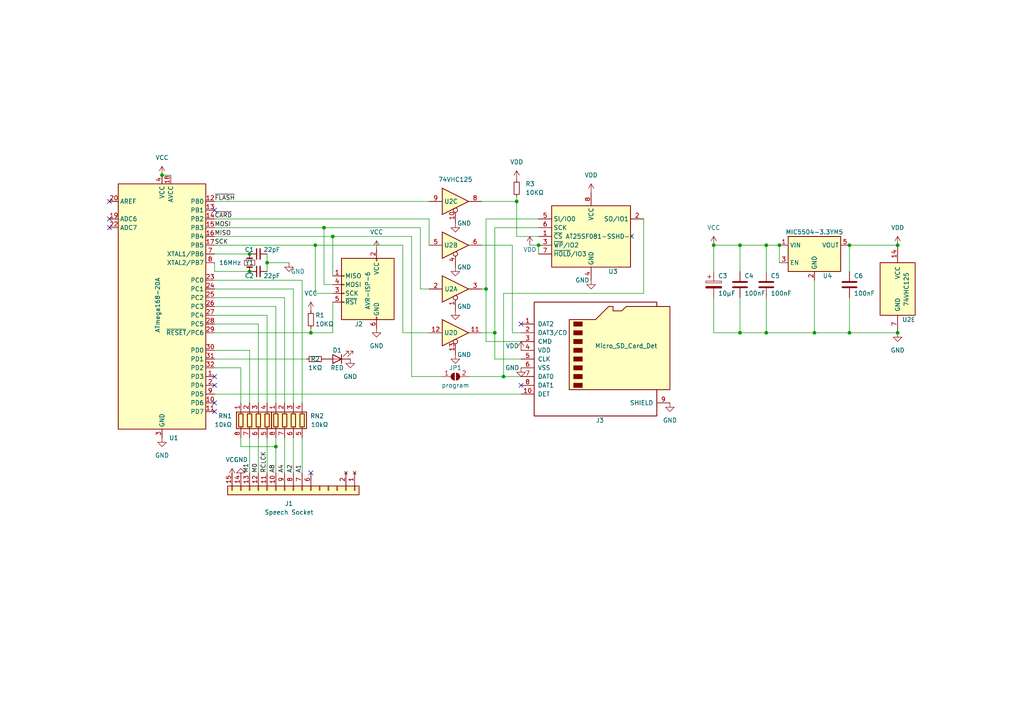
<source format=kicad_sch>
(kicad_sch (version 20211123) (generator eeschema)
  (paper "A4")
  (lib_symbols
    (symbol "74xx:74VHCT125" (pin_names (offset 1.016))
      (property "Reference" "U" (at 0 1.27 0))
      (property "Value" "74VHCT125" (at 0 -1.27 0))
      (symbol "74VHCT125_1_0"
        (polyline (pts (xy -3.81 3.81) (xy -3.81 -3.81) (xy 3.81 0) (xy -3.81 3.81)) (stroke (width 0.254)) (fill (type background)))
        (pin input inverted (at 0 -6.35 90) (length 4.445) (name "~") (number "1"))
        (pin input line (at -7.62 0 0) (length 3.81) (name "~") (number "2"))
        (pin tri_state line (at 7.62 0 180) (length 3.81) (name "~") (number "3"))
      )
      (symbol "74VHCT125_2_0"
        (polyline (pts (xy -3.81 3.81) (xy -3.81 -3.81) (xy 3.81 0) (xy -3.81 3.81)) (stroke (width 0.254)) (fill (type background)))
        (pin input inverted (at 0 -6.35 90) (length 4.445) (name "~") (number "4"))
        (pin input line (at -7.62 0 0) (length 3.81) (name "~") (number "5"))
        (pin tri_state line (at 7.62 0 180) (length 3.81) (name "~") (number "6"))
      )
      (symbol "74VHCT125_3_0"
        (polyline (pts (xy -3.81 3.81) (xy -3.81 -3.81) (xy 3.81 0) (xy -3.81 3.81)) (stroke (width 0.254)) (fill (type background)))
        (pin input inverted (at 0 -6.35 90) (length 4.445) (name "~") (number "10"))
        (pin tri_state line (at 7.62 0 180) (length 3.81) (name "~") (number "8"))
        (pin input line (at -7.62 0 0) (length 3.81) (name "~") (number "9"))
      )
      (symbol "74VHCT125_4_0"
        (polyline (pts (xy -3.81 3.81) (xy -3.81 -3.81) (xy 3.81 0) (xy -3.81 3.81)) (stroke (width 0.254)) (fill (type background)))
        (pin tri_state line (at 7.62 0 180) (length 3.81) (name "~") (number "11"))
        (pin input line (at -7.62 0 0) (length 3.81) (name "~") (number "12"))
        (pin input inverted (at 0 -6.35 90) (length 4.445) (name "~") (number "13"))
      )
      (symbol "74VHCT125_5_0"
        (pin power_in line (at 0 12.7 270) (length 5.08) (name "VCC") (number "14"))
        (pin power_in line (at 0 -12.7 90) (length 5.08) (name "GND") (number "7"))
      )
      (symbol "74VHCT125_5_1"
        (rectangle (start -5.08 7.62) (end 5.08 -7.62) (stroke (width 0.254)) (fill (type background)))
      )
    )
    (symbol "Connector:AVR-ISP-6" (pin_names (offset 1.016))
      (property "Reference" "J" (at -6.35 11.43 0))
      (property "Value" "AVR-ISP-6" (at 0 11.43 0))
      (symbol "AVR-ISP-6_0_1"
        (rectangle (start -2.667 -6.858) (end -2.413 -7.62))
        (rectangle (start -2.667 10.16) (end -2.413 9.398))
        (rectangle (start 7.62 -2.413) (end 6.858 -2.667))
        (rectangle (start 7.62 0.127) (end 6.858 -0.127))
        (rectangle (start 7.62 2.667) (end 6.858 2.413))
        (rectangle (start 7.62 5.207) (end 6.858 4.953))
        (rectangle (start 7.62 10.16) (end -7.62 -7.62) (stroke (width 0.254)) (fill (type background)))
      )
      (symbol "AVR-ISP-6_1_1"
        (pin passive line (at 10.16 5.08 180) (length 2.54) (name "MISO") (number "1"))
        (pin passive line (at -2.54 12.7 270) (length 2.54) (name "VCC") (number "2"))
        (pin passive line (at 10.16 0 180) (length 2.54) (name "SCK") (number "3"))
        (pin passive line (at 10.16 2.54 180) (length 2.54) (name "MOSI") (number "4"))
        (pin passive line (at 10.16 -2.54 180) (length 2.54) (name "~{RST}") (number "5"))
        (pin passive line (at -2.54 -10.16 90) (length 2.54) (name "GND") (number "6"))
      )
    )
    (symbol "Connector:Conn_BBC_Speech" (pin_names (offset 1.016) hide)
      (property "Reference" "J" (at 0 20.32 0))
      (property "Value" "Conn_BBC_Speech" (at 0 -20.32 0))
      (symbol "Conn_BBC_Speech_1_1"
        (rectangle (start -1.27 -17.653) (end 0 -17.907) (stroke (width 0.1524)))
        (rectangle (start -1.27 -15.113) (end 0 -15.367) (stroke (width 0.1524)))
        (rectangle (start -1.27 -12.573) (end 0 -12.827) (stroke (width 0.1524)))
        (rectangle (start -1.27 -10.033) (end 0 -10.287) (stroke (width 0.1524)))
        (rectangle (start -1.27 -7.493) (end 0 -7.747) (stroke (width 0.1524)))
        (rectangle (start -1.27 -4.953) (end 0 -5.207) (stroke (width 0.1524)))
        (rectangle (start -1.27 -2.413) (end 0 -2.667) (stroke (width 0.1524)))
        (rectangle (start -1.27 0.127) (end 0 -0.127) (stroke (width 0.1524)))
        (rectangle (start -1.27 2.667) (end 0 2.413) (stroke (width 0.1524)))
        (rectangle (start -1.27 5.207) (end 0 4.953) (stroke (width 0.1524)))
        (rectangle (start -1.27 7.747) (end 0 7.493) (stroke (width 0.1524)))
        (rectangle (start -1.27 10.287) (end 0 10.033) (stroke (width 0.1524)))
        (rectangle (start -1.27 12.827) (end 0 12.573) (stroke (width 0.1524)))
        (rectangle (start -1.27 15.367) (end 0 15.113) (stroke (width 0.1524)))
        (rectangle (start -1.27 17.907) (end 0 17.653) (stroke (width 0.1524)))
        (rectangle (start -1.27 19.05) (end 1.27 -19.05) (stroke (width 0.254)) (fill (type background)))
        (pin no_connect line (at -5.08 17.78 0) (length 3.81) (name "Pin_1") (number "1"))
        (pin passive line (at -5.08 -5.08 0) (length 3.81) (name "Pin_10") (number "10"))
        (pin passive line (at -5.08 -7.62 0) (length 3.81) (name "Pin_11") (number "11"))
        (pin passive line (at -5.08 -10.16 0) (length 3.81) (name "Pin_12") (number "12"))
        (pin passive line (at -5.08 -12.7 0) (length 3.81) (name "Pin_13") (number "13"))
        (pin power_out line (at -5.08 -15.24 0) (length 3.81) (name "Pin_14") (number "14"))
        (pin power_out line (at -5.08 -17.78 0) (length 3.81) (name "Pin_15") (number "15"))
        (pin no_connect line (at -5.08 15.24 0) (length 3.81) (name "Pin_2") (number "2"))
        (pin power_out line (at -5.08 5.08 0) (length 3.81) (name "Pin_6") (number "6"))
        (pin passive line (at -5.08 2.54 0) (length 3.81) (name "Pin_7") (number "7"))
        (pin passive line (at -5.08 0 0) (length 3.81) (name "Pin_8") (number "8"))
        (pin passive line (at -5.08 -2.54 0) (length 3.81) (name "Pin_9") (number "9"))
      )
    )
    (symbol "Connector:Micro_SD_Card_Det" (pin_names (offset 1.016))
      (property "Reference" "J" (at -16.51 17.78 0))
      (property "Value" "Micro_SD_Card_Det" (at 16.51 17.78 0))
      (symbol "Micro_SD_Card_Det_0_1"
        (rectangle (start -7.62 -6.985) (end -5.08 -8.255) (fill (type outline)))
        (rectangle (start -7.62 -4.445) (end -5.08 -5.715) (fill (type outline)))
        (rectangle (start -7.62 -1.905) (end -5.08 -3.175) (fill (type outline)))
        (rectangle (start -7.62 0.635) (end -5.08 -0.635) (fill (type outline)))
        (rectangle (start -7.62 3.175) (end -5.08 1.905) (fill (type outline)))
        (rectangle (start -7.62 5.715) (end -5.08 4.445) (fill (type outline)))
        (rectangle (start -7.62 8.255) (end -5.08 6.985) (fill (type outline)))
        (rectangle (start -7.62 10.795) (end -5.08 9.525) (fill (type outline)))
        (polyline (pts (xy 16.51 15.24) (xy 16.51 16.51) (xy -19.05 16.51) (xy -19.05 -16.51) (xy 16.51 -16.51) (xy 16.51 -8.89)) (stroke (width 0.254)))
        (polyline (pts (xy -8.89 -8.89) (xy -8.89 11.43) (xy -1.27 11.43) (xy 2.54 15.24) (xy 3.81 15.24) (xy 3.81 13.97) (xy 6.35 13.97) (xy 7.62 15.24) (xy 20.32 15.24) (xy 20.32 -8.89) (xy -8.89 -8.89)) (stroke (width 0.254)) (fill (type background)))
      )
      (symbol "Micro_SD_Card_Det_1_1"
        (pin bidirectional line (at -22.86 10.16 0) (length 3.81) (name "DAT2") (number "1"))
        (pin passive line (at -22.86 -10.16 0) (length 3.81) (name "DET") (number "10"))
        (pin bidirectional line (at -22.86 7.62 0) (length 3.81) (name "DAT3/CD") (number "2"))
        (pin input line (at -22.86 5.08 0) (length 3.81) (name "CMD") (number "3"))
        (pin power_in line (at -22.86 2.54 0) (length 3.81) (name "VDD") (number "4"))
        (pin input line (at -22.86 0 0) (length 3.81) (name "CLK") (number "5"))
        (pin power_in line (at -22.86 -2.54 0) (length 3.81) (name "VSS") (number "6"))
        (pin bidirectional line (at -22.86 -5.08 0) (length 3.81) (name "DAT0") (number "7"))
        (pin bidirectional line (at -22.86 -7.62 0) (length 3.81) (name "DAT1") (number "8"))
        (pin passive line (at 20.32 -12.7 180) (length 3.81) (name "SHIELD") (number "9"))
      )
    )
    (symbol "Device:C" (pin_numbers hide) (pin_names (offset 0.254))
      (property "Reference" "C" (at 0.635 2.54 0))
      (property "Value" "C" (at 0.635 -2.54 0))
      (symbol "C_0_1"
        (polyline (pts (xy -2.032 -0.762) (xy 2.032 -0.762)) (stroke (width 0.508)))
        (polyline (pts (xy -2.032 0.762) (xy 2.032 0.762)) (stroke (width 0.508)))
      )
      (symbol "C_1_1"
        (pin passive line (at 0 3.81 270) (length 2.794) (name "~") (number "1"))
        (pin passive line (at 0 -3.81 90) (length 2.794) (name "~") (number "2"))
      )
    )
    (symbol "Device:C_Polarized" (pin_numbers hide) (pin_names (offset 0.254))
      (property "Reference" "C" (at 0.635 2.54 0))
      (property "Value" "C_Polarized" (at 0.635 -2.54 0))
      (symbol "C_Polarized_0_1"
        (rectangle (start -2.286 0.508) (end 2.286 1.016))
        (polyline (pts (xy -1.778 2.286) (xy -0.762 2.286)))
        (polyline (pts (xy -1.27 2.794) (xy -1.27 1.778)))
        (rectangle (start 2.286 -0.508) (end -2.286 -1.016) (fill (type outline)))
      )
      (symbol "C_Polarized_1_1"
        (pin passive line (at 0 3.81 270) (length 2.794) (name "~") (number "1"))
        (pin passive line (at 0 -3.81 90) (length 2.794) (name "~") (number "2"))
      )
    )
    (symbol "Device:C_Small" (pin_numbers hide) (pin_names (offset 0.254) hide)
      (property "Reference" "C" (at 0.254 1.778 0))
      (property "Value" "C_Small" (at 0.254 -2.032 0))
      (symbol "C_Small_0_1"
        (polyline (pts (xy -1.524 -0.508) (xy 1.524 -0.508)) (stroke (width 0.3302)))
        (polyline (pts (xy -1.524 0.508) (xy 1.524 0.508)) (stroke (width 0.3048)))
      )
      (symbol "C_Small_1_1"
        (pin passive line (at 0 2.54 270) (length 2.032) (name "~") (number "1"))
        (pin passive line (at 0 -2.54 90) (length 2.032) (name "~") (number "2"))
      )
    )
    (symbol "Device:Crystal_Small" (pin_numbers hide) (pin_names (offset 1.016) hide)
      (property "Reference" "Y" (at 0 2.54 0))
      (property "Value" "Crystal_Small" (at 0 -2.54 0))
      (symbol "Crystal_Small_0_1"
        (rectangle (start -0.762 -1.524) (end 0.762 1.524))
        (polyline (pts (xy -1.27 -0.762) (xy -1.27 0.762)) (stroke (width 0.381)))
        (polyline (pts (xy 1.27 -0.762) (xy 1.27 0.762)) (stroke (width 0.381)))
      )
      (symbol "Crystal_Small_1_1"
        (pin passive line (at -2.54 0 0) (length 1.27) (name "1") (number "1"))
        (pin passive line (at 2.54 0 180) (length 1.27) (name "2") (number "2"))
      )
    )
    (symbol "Device:LED" (pin_numbers hide) (pin_names (offset 1.016) hide)
      (property "Reference" "D" (at 0 2.54 0))
      (property "Value" "LED" (at 0 -2.54 0))
      (symbol "LED_0_1"
        (polyline (pts (xy -1.27 -1.27) (xy -1.27 1.27)) (stroke (width 0.254)))
        (polyline (pts (xy -1.27 0) (xy 1.27 0)))
        (polyline (pts (xy 1.27 -1.27) (xy 1.27 1.27) (xy -1.27 0) (xy 1.27 -1.27)) (stroke (width 0.254)))
        (polyline (pts (xy -3.048 -0.762) (xy -4.572 -2.286) (xy -3.81 -2.286) (xy -4.572 -2.286) (xy -4.572 -1.524)))
        (polyline (pts (xy -1.778 -0.762) (xy -3.302 -2.286) (xy -2.54 -2.286) (xy -3.302 -2.286) (xy -3.302 -1.524)))
      )
      (symbol "LED_1_1"
        (pin passive line (at -3.81 0 0) (length 2.54) (name "K") (number "1"))
        (pin passive line (at 3.81 0 180) (length 2.54) (name "A") (number "2"))
      )
    )
    (symbol "Device:R_Pack04" (pin_names (offset 0) hide)
      (property "Reference" "RN" (at -7.62 0 90))
      (property "Value" "R_Pack04" (at 5.08 0 90))
      (symbol "R_Pack04_0_1"
        (rectangle (start -6.35 -2.413) (end 3.81 2.413) (stroke (width 0.254)) (fill (type background)))
        (rectangle (start -5.715 1.905) (end -4.445 -1.905) (stroke (width 0.254)))
        (rectangle (start -3.175 1.905) (end -1.905 -1.905) (stroke (width 0.254)))
        (rectangle (start -0.635 1.905) (end 0.635 -1.905) (stroke (width 0.254)))
        (polyline (pts (xy -5.08 -2.54) (xy -5.08 -1.905)))
        (polyline (pts (xy -5.08 1.905) (xy -5.08 2.54)))
        (polyline (pts (xy -2.54 -2.54) (xy -2.54 -1.905)))
        (polyline (pts (xy -2.54 1.905) (xy -2.54 2.54)))
        (polyline (pts (xy 0 -2.54) (xy 0 -1.905)))
        (polyline (pts (xy 0 1.905) (xy 0 2.54)))
        (polyline (pts (xy 2.54 -2.54) (xy 2.54 -1.905)))
        (polyline (pts (xy 2.54 1.905) (xy 2.54 2.54)))
        (rectangle (start 1.905 1.905) (end 3.175 -1.905) (stroke (width 0.254)))
      )
      (symbol "R_Pack04_1_1"
        (pin passive line (at -5.08 -5.08 90) (length 2.54) (name "R1.1") (number "1"))
        (pin passive line (at -2.54 -5.08 90) (length 2.54) (name "R2.1") (number "2"))
        (pin passive line (at 0 -5.08 90) (length 2.54) (name "R3.1") (number "3"))
        (pin passive line (at 2.54 -5.08 90) (length 2.54) (name "R4.1") (number "4"))
        (pin passive line (at 2.54 5.08 270) (length 2.54) (name "R4.2") (number "5"))
        (pin passive line (at 0 5.08 270) (length 2.54) (name "R3.2") (number "6"))
        (pin passive line (at -2.54 5.08 270) (length 2.54) (name "R2.2") (number "7"))
        (pin passive line (at -5.08 5.08 270) (length 2.54) (name "R1.2") (number "8"))
      )
    )
    (symbol "Device:R_Small" (pin_numbers hide) (pin_names (offset 0.254) hide)
      (property "Reference" "R" (at 0.762 0.508 0))
      (property "Value" "R_Small" (at 0.762 -1.016 0))
      (symbol "R_Small_0_1"
        (rectangle (start -0.762 1.778) (end 0.762 -1.778) (stroke (width 0.2032)))
      )
      (symbol "R_Small_1_1"
        (pin passive line (at 0 2.54 270) (length 0.762) (name "~") (number "1"))
        (pin passive line (at 0 -2.54 90) (length 0.762) (name "~") (number "2"))
      )
    )
    (symbol "Jumper:SolderJumper_2_Open" (pin_names (offset 0) hide)
      (property "Reference" "JP" (at 0 2.032 0))
      (property "Value" "SolderJumper_2_Open" (at 0 -2.54 0))
      (symbol "SolderJumper_2_Open_0_1"
        (arc (start -0.254 1.016) (mid -1.27 0) (end -0.254 -1.016))
        (arc (start -0.254 1.016) (mid -1.27 0) (end -0.254 -1.016) (fill (type outline)))
        (polyline (pts (xy -0.254 1.016) (xy -0.254 -1.016)))
        (polyline (pts (xy 0.254 1.016) (xy 0.254 -1.016)))
        (arc (start 0.254 -1.016) (mid 1.27 0) (end 0.254 1.016))
        (arc (start 0.254 -1.016) (mid 1.27 0) (end 0.254 1.016) (fill (type outline)))
      )
      (symbol "SolderJumper_2_Open_1_1"
        (pin passive line (at -3.81 0 0) (length 2.54) (name "A") (number "1"))
        (pin passive line (at 3.81 0 180) (length 2.54) (name "B") (number "2"))
      )
    )
    (symbol "MCU_Microchip_ATmega:ATmega168-20A"
      (property "Reference" "U" (at -12.7 36.83 0))
      (property "Value" "ATmega168-20A" (at 2.54 -36.83 0))
      (symbol "ATmega168-20A_0_1"
        (rectangle (start -12.7 -35.56) (end 12.7 35.56) (stroke (width 0.254)) (fill (type background)))
      )
      (symbol "ATmega168-20A_1_1"
        (pin bidirectional line (at 15.24 -20.32 180) (length 2.54) (name "PD3") (number "1"))
        (pin bidirectional line (at 15.24 -27.94 180) (length 2.54) (name "PD6") (number "10"))
        (pin bidirectional line (at 15.24 -30.48 180) (length 2.54) (name "PD7") (number "11"))
        (pin bidirectional line (at 15.24 30.48 180) (length 2.54) (name "PB0") (number "12"))
        (pin bidirectional line (at 15.24 27.94 180) (length 2.54) (name "PB1") (number "13"))
        (pin bidirectional line (at 15.24 25.4 180) (length 2.54) (name "PB2") (number "14"))
        (pin bidirectional line (at 15.24 22.86 180) (length 2.54) (name "PB3") (number "15"))
        (pin bidirectional line (at 15.24 20.32 180) (length 2.54) (name "PB4") (number "16"))
        (pin bidirectional line (at 15.24 17.78 180) (length 2.54) (name "PB5") (number "17"))
        (pin power_in line (at 2.54 38.1 270) (length 2.54) (name "AVCC") (number "18"))
        (pin input line (at -15.24 25.4 0) (length 2.54) (name "ADC6") (number "19"))
        (pin bidirectional line (at 15.24 -22.86 180) (length 2.54) (name "PD4") (number "2"))
        (pin passive line (at -15.24 30.48 0) (length 2.54) (name "AREF") (number "20"))
        (pin passive line (at 0 -38.1 90) (length 2.54) hide (name "GND") (number "21"))
        (pin input line (at -15.24 22.86 0) (length 2.54) (name "ADC7") (number "22"))
        (pin bidirectional line (at 15.24 7.62 180) (length 2.54) (name "PC0") (number "23"))
        (pin bidirectional line (at 15.24 5.08 180) (length 2.54) (name "PC1") (number "24"))
        (pin bidirectional line (at 15.24 2.54 180) (length 2.54) (name "PC2") (number "25"))
        (pin bidirectional line (at 15.24 0 180) (length 2.54) (name "PC3") (number "26"))
        (pin bidirectional line (at 15.24 -2.54 180) (length 2.54) (name "PC4") (number "27"))
        (pin bidirectional line (at 15.24 -5.08 180) (length 2.54) (name "PC5") (number "28"))
        (pin bidirectional line (at 15.24 -7.62 180) (length 2.54) (name "~{RESET}/PC6") (number "29"))
        (pin power_in line (at 0 -38.1 90) (length 2.54) (name "GND") (number "3"))
        (pin bidirectional line (at 15.24 -12.7 180) (length 2.54) (name "PD0") (number "30"))
        (pin bidirectional line (at 15.24 -15.24 180) (length 2.54) (name "PD1") (number "31"))
        (pin bidirectional line (at 15.24 -17.78 180) (length 2.54) (name "PD2") (number "32"))
        (pin power_in line (at 0 38.1 270) (length 2.54) (name "VCC") (number "4"))
        (pin passive line (at 0 -38.1 90) (length 2.54) hide (name "GND") (number "5"))
        (pin passive line (at 0 38.1 270) (length 2.54) hide (name "VCC") (number "6"))
        (pin bidirectional line (at 15.24 15.24 180) (length 2.54) (name "XTAL1/PB6") (number "7"))
        (pin bidirectional line (at 15.24 12.7 180) (length 2.54) (name "XTAL2/PB7") (number "8"))
        (pin bidirectional line (at 15.24 -25.4 180) (length 2.54) (name "PD5") (number "9"))
      )
    )
    (symbol "Memory_Flash:AT25SF081-SSHD-X"
      (property "Reference" "U" (at 2.54 12.7 0))
      (property "Value" "AT25SF081-SSHD-X" (at 10.16 10.16 0))
      (symbol "AT25SF081-SSHD-X_1_1"
        (rectangle (start -11.43 8.89) (end 11.43 -8.89) (stroke (width 0.254)) (fill (type background)))
        (pin input line (at -15.24 0 0) (length 3.81) (name "~{CS}") (number "1"))
        (pin bidirectional line (at 15.24 5.08 180) (length 3.81) (name "SO/IO1") (number "2"))
        (pin bidirectional line (at -15.24 -2.54 0) (length 3.81) (name "~{WP}/IO2") (number "3"))
        (pin power_in line (at 0 -12.7 90) (length 3.81) (name "GND") (number "4"))
        (pin bidirectional line (at -15.24 5.08 0) (length 3.81) (name "SI/IO0") (number "5"))
        (pin input line (at -15.24 2.54 0) (length 3.81) (name "SCK") (number "6"))
        (pin bidirectional line (at -15.24 -5.08 0) (length 3.81) (name "~{HOLD}/IO3") (number "7"))
        (pin power_in line (at 0 12.7 270) (length 3.81) (name "VCC") (number "8"))
      )
    )
    (symbol "Regulator_Linear:MIC5504-3.3YM5"
      (property "Reference" "U" (at -7.62 8.89 0))
      (property "Value" "MIC5504-3.3YM5" (at -7.62 6.35 0))
      (symbol "MIC5504-3.3YM5_0_1"
        (rectangle (start -7.62 -5.08) (end 7.62 5.08) (stroke (width 0.254)) (fill (type background)))
      )
      (symbol "MIC5504-3.3YM5_1_1"
        (pin power_in line (at -10.16 2.54 0) (length 2.54) (name "VIN") (number "1"))
        (pin power_in line (at 0 -7.62 90) (length 2.54) (name "GND") (number "2"))
        (pin input line (at -10.16 -2.54 0) (length 2.54) (name "EN") (number "3"))
        (pin no_connect line (at 7.62 -2.54 180) (length 2.54) hide (name "NC") (number "4"))
        (pin power_out line (at 10.16 2.54 180) (length 2.54) (name "VOUT") (number "5"))
      )
    )
    (symbol "power:GND" (power) (pin_names (offset 0))
      (property "Value" "GND" (at 0 -3.81 0))
      (symbol "GND_0_1"
        (polyline (pts (xy 0 0) (xy 0 -1.27) (xy 1.27 -1.27) (xy 0 -2.54) (xy -1.27 -1.27) (xy 0 -1.27)))
      )
      (symbol "GND_1_1"
        (pin power_in line (at 0 0 270) (length 0) hide (name "GND") (number "1"))
      )
    )
    (symbol "power:VCC" (power) (pin_names (offset 0))
      (property "Value" "VCC" (at 0 3.81 0))
      (symbol "VCC_0_1"
        (polyline (pts (xy -0.762 1.27) (xy 0 2.54)))
        (polyline (pts (xy 0 0) (xy 0 2.54)))
        (polyline (pts (xy 0 2.54) (xy 0.762 1.27)))
      )
      (symbol "VCC_1_1"
        (pin power_in line (at 0 0 90) (length 0) hide (name "VCC") (number "1"))
      )
    )
    (symbol "power:VDD" (power) (pin_names (offset 0))
      (property "Value" "VDD" (at 0 3.81 0))
      (symbol "VDD_0_1"
        (polyline (pts (xy -0.762 1.27) (xy 0 2.54)))
        (polyline (pts (xy 0 0) (xy 0 2.54)))
        (polyline (pts (xy 0 2.54) (xy 0.762 1.27)))
      )
      (symbol "VDD_1_1"
        (pin power_in line (at 0 0 90) (length 0) hide (name "VDD") (number "1"))
      )
    )
  )
  (junction (at 91.44 71.12))
  (junction (at 222.25 96.52))
  (junction (at 222.25 71.12))
  (junction (at 226.06 71.12))
  (junction (at 246.38 71.12))
  (junction (at 246.38 96.52))
  (junction (at 77.47 76.2))
  (junction (at 260.35 96.52))
  (junction (at 93.98 66.04))
  (junction (at 143.51 96.52))
  (junction (at 140.97 83.82))
  (junction (at 80.01 129.54))
  (junction (at 90.17 96.52))
  (junction (at 156.21 71.12))
  (junction (at 72.39 73.66))
  (junction (at 260.35 71.12))
  (junction (at 236.22 96.52))
  (junction (at 46.99 50.8))
  (junction (at 214.63 71.12))
  (junction (at 149.86 58.42))
  (junction (at 207.01 71.12))
  (junction (at 96.52 68.58))
  (junction (at 214.63 96.52))
  (junction (at 146.05 109.22))
  (junction (at 72.39 78.74))
  (no_connect (at 62.23 111.76))
  (no_connect (at 62.23 109.22))
  (no_connect (at 31.75 58.42))
  (no_connect (at 31.75 63.5))
  (no_connect (at 31.75 66.04))
  (no_connect (at 62.23 60.96))
  (no_connect (at 62.23 116.84))
  (no_connect (at 62.23 119.38))
  (no_connect (at 90.17 137.16))
  (no_connect (at 151.13 93.98))
  (no_connect (at 151.13 111.76))
  (wire (pts (xy 62.23 73.66) (xy 72.39 73.66)))
  (wire (pts (xy 148.59 71.12) (xy 148.59 96.52)))
  (wire (pts (xy 96.52 82.55) (xy 93.98 82.55)))
  (wire (pts (xy 62.23 83.82) (xy 85.09 83.82)))
  (wire (pts (xy 69.85 129.54) (xy 80.01 129.54)))
  (wire (pts (xy 140.97 63.5) (xy 140.97 83.82)))
  (wire (pts (xy 139.7 83.82) (xy 140.97 83.82)))
  (wire (pts (xy 72.39 101.6) (xy 62.23 101.6)))
  (wire (pts (xy 207.01 86.36) (xy 207.01 96.52)))
  (wire (pts (xy 149.86 68.58) (xy 149.86 58.42)))
  (wire (pts (xy 82.55 137.16) (xy 82.55 127)))
  (wire (pts (xy 93.98 66.04) (xy 121.92 66.04)))
  (wire (pts (xy 96.52 87.63) (xy 96.52 96.52)))
  (wire (pts (xy 148.59 96.52) (xy 151.13 96.52)))
  (wire (pts (xy 246.38 71.12) (xy 260.35 71.12)))
  (wire (pts (xy 156.21 63.5) (xy 140.97 63.5)))
  (wire (pts (xy 149.86 58.42) (xy 149.86 57.15)))
  (wire (pts (xy 222.25 96.52) (xy 236.22 96.52)))
  (wire (pts (xy 207.01 96.52) (xy 214.63 96.52)))
  (wire (pts (xy 121.92 66.04) (xy 121.92 83.82)))
  (wire (pts (xy 90.17 95.25) (xy 90.17 96.52)))
  (wire (pts (xy 207.01 71.12) (xy 214.63 71.12)))
  (wire (pts (xy 77.47 76.2) (xy 77.47 78.74)))
  (wire (pts (xy 80.01 127) (xy 80.01 129.54)))
  (wire (pts (xy 90.17 96.52) (xy 62.23 96.52)))
  (wire (pts (xy 139.7 71.12) (xy 148.59 71.12)))
  (wire (pts (xy 116.84 71.12) (xy 91.44 71.12)))
  (wire (pts (xy 96.52 85.09) (xy 91.44 85.09)))
  (wire (pts (xy 74.93 137.16) (xy 74.93 127)))
  (wire (pts (xy 82.55 116.84) (xy 82.55 86.36)))
  (wire (pts (xy 69.85 137.16) (xy 69.85 138.43)))
  (wire (pts (xy 146.05 85.09) (xy 186.69 85.09)))
  (wire (pts (xy 139.7 96.52) (xy 143.51 96.52)))
  (wire (pts (xy 88.9 104.14) (xy 62.23 104.14)))
  (wire (pts (xy 62.23 114.3) (xy 151.13 114.3)))
  (wire (pts (xy 246.38 71.12) (xy 246.38 78.74)))
  (wire (pts (xy 62.23 106.68) (xy 69.85 106.68)))
  (wire (pts (xy 85.09 83.82) (xy 85.09 116.84)))
  (wire (pts (xy 93.98 82.55) (xy 93.98 66.04)))
  (wire (pts (xy 82.55 86.36) (xy 62.23 86.36)))
  (wire (pts (xy 80.01 129.54) (xy 80.01 137.16)))
  (wire (pts (xy 214.63 71.12) (xy 222.25 71.12)))
  (wire (pts (xy 69.85 116.84) (xy 69.85 106.68)))
  (wire (pts (xy 146.05 85.09) (xy 146.05 109.22)))
  (wire (pts (xy 153.67 71.12) (xy 156.21 71.12)))
  (wire (pts (xy 96.52 80.01) (xy 96.52 68.58)))
  (wire (pts (xy 77.47 73.66) (xy 77.47 76.2)))
  (wire (pts (xy 80.01 88.9) (xy 80.01 116.84)))
  (wire (pts (xy 214.63 96.52) (xy 222.25 96.52)))
  (wire (pts (xy 62.23 81.28) (xy 87.63 81.28)))
  (wire (pts (xy 246.38 96.52) (xy 260.35 96.52)))
  (wire (pts (xy 96.52 96.52) (xy 90.17 96.52)))
  (wire (pts (xy 46.99 50.8) (xy 49.53 50.8)))
  (wire (pts (xy 87.63 127) (xy 87.63 137.16)))
  (wire (pts (xy 214.63 78.74) (xy 214.63 71.12)))
  (wire (pts (xy 96.52 68.58) (xy 62.23 68.58)))
  (wire (pts (xy 207.01 78.74) (xy 207.01 71.12)))
  (wire (pts (xy 236.22 96.52) (xy 246.38 96.52)))
  (wire (pts (xy 116.84 96.52) (xy 116.84 71.12)))
  (wire (pts (xy 124.46 63.5) (xy 62.23 63.5)))
  (wire (pts (xy 74.93 116.84) (xy 74.93 93.98)))
  (wire (pts (xy 156.21 68.58) (xy 149.86 68.58)))
  (wire (pts (xy 222.25 71.12) (xy 226.06 71.12)))
  (wire (pts (xy 119.38 68.58) (xy 119.38 109.22)))
  (wire (pts (xy 214.63 86.36) (xy 214.63 96.52)))
  (wire (pts (xy 156.21 71.12) (xy 156.21 73.66)))
  (wire (pts (xy 116.84 96.52) (xy 124.46 96.52)))
  (wire (pts (xy 143.51 104.14) (xy 151.13 104.14)))
  (wire (pts (xy 119.38 68.58) (xy 96.52 68.58)))
  (wire (pts (xy 226.06 71.12) (xy 226.06 76.2)))
  (wire (pts (xy 69.85 127) (xy 69.85 129.54)))
  (wire (pts (xy 222.25 86.36) (xy 222.25 96.52)))
  (wire (pts (xy 121.92 83.82) (xy 124.46 83.82)))
  (wire (pts (xy 77.47 116.84) (xy 77.47 91.44)))
  (wire (pts (xy 143.51 66.04) (xy 143.51 96.52)))
  (wire (pts (xy 67.31 137.16) (xy 67.31 138.43)))
  (wire (pts (xy 62.23 88.9) (xy 80.01 88.9)))
  (wire (pts (xy 222.25 71.12) (xy 222.25 78.74)))
  (wire (pts (xy 72.39 116.84) (xy 72.39 101.6)))
  (wire (pts (xy 135.89 109.22) (xy 146.05 109.22)))
  (wire (pts (xy 62.23 78.74) (xy 72.39 78.74)))
  (wire (pts (xy 140.97 99.06) (xy 151.13 99.06)))
  (wire (pts (xy 186.69 85.09) (xy 186.69 63.5)))
  (wire (pts (xy 124.46 71.12) (xy 124.46 63.5)))
  (wire (pts (xy 146.05 109.22) (xy 151.13 109.22)))
  (wire (pts (xy 128.27 109.22) (xy 119.38 109.22)))
  (wire (pts (xy 87.63 81.28) (xy 87.63 116.84)))
  (wire (pts (xy 236.22 81.28) (xy 236.22 96.52)))
  (wire (pts (xy 91.44 85.09) (xy 91.44 71.12)))
  (wire (pts (xy 143.51 66.04) (xy 156.21 66.04)))
  (wire (pts (xy 77.47 137.16) (xy 77.47 127)))
  (wire (pts (xy 62.23 76.2) (xy 62.23 78.74)))
  (wire (pts (xy 143.51 96.52) (xy 143.51 104.14)))
  (wire (pts (xy 246.38 86.36) (xy 246.38 96.52)))
  (wire (pts (xy 77.47 76.2) (xy 83.82 76.2)))
  (wire (pts (xy 77.47 91.44) (xy 62.23 91.44)))
  (wire (pts (xy 74.93 93.98) (xy 62.23 93.98)))
  (wire (pts (xy 72.39 137.16) (xy 72.39 127)))
  (wire (pts (xy 149.86 58.42) (xy 139.7 58.42)))
  (wire (pts (xy 85.09 127) (xy 85.09 137.16)))
  (wire (pts (xy 91.44 71.12) (xy 62.23 71.12)))
  (wire (pts (xy 140.97 83.82) (xy 140.97 99.06)))
  (wire (pts (xy 93.98 66.04) (xy 62.23 66.04)))
  (wire (pts (xy 62.23 58.42) (xy 124.46 58.42)))
  (label "~{FLASH}" (at 62.23 58.42 0))
  (label "A8" (at 80.01 137.16 90))
  (label "A2" (at 85.09 137.16 90))
  (label "A1" (at 87.63 137.16 90))
  (label "RCLCK" (at 77.47 137.16 90))
  (label "M1" (at 72.39 137.16 90))
  (label "MISO" (at 62.23 68.58 0))
  (label "MOSI" (at 62.23 66.04 0))
  (label "SCK" (at 62.23 71.12 0))
  (label "~{CARD}" (at 62.23 63.5 0))
  (label "A4" (at 82.55 137.16 90))
  (label "M0" (at 74.93 137.16 90))
  (symbol (lib_id "power:GND") (at 260.35 96.52 0) (unit 1)
    (property "Reference" "#PWR023" (effects hide))
    (property "Value" "GND" (at 260.35 101.6 0))
  )
  (symbol (lib_id "Connector:Micro_SD_Card_Det") (at 173.99 104.14 0) (unit 1)
    (property "Reference" "J3" (at 173.99 121.92 0))
    (property "Value" "Micro_SD_Card_Det" (at 181.61 100.33 0))
    (property "Footprint" "Connector_Card:WR-CRD 693071010811" (effects hide))
    (property "Datasheet" "https://www.hirose.com/product/en/download_file/key_name/DM3/category/Catalog/doc_file_id/49662/?file_category_id=4&item_id=195&is_series=1" (effects hide))
  )
  (symbol (lib_id "74xx:74VHCT125") (at 132.08 83.82 0) (unit 1)
    (property "Reference" "U2" (at 130.81 83.82 0))
    (property "Value" "74VHC125" (effects hide))
    (property "Footprint" "Package_SO:SO-14_3.9x8.65mm_P1.27mm" (effects hide))
    (property "Datasheet" "http://www.ti.com/lit/gpn/sn74LS125" (effects hide))
  )
  (symbol (lib_id "Connector:Conn_BBC_Speech") (at 85.09 142.24 270) (unit 1)
    (property "Reference" "J1" (at 83.82 146.05 90))
    (property "Value" "Speech Socket" (at 83.82 148.59 90))
    (property "Footprint" "Connector_PCBEdge:BBC Speech Socket" (effects hide))
  )
  (symbol (lib_id "power:GND") (at 101.6 104.14 0) (unit 1)
    (property "Reference" "#PWR07" (effects hide))
    (property "Value" "GND" (at 101.6 109.22 0))
  )
  (symbol (lib_id "power:GND") (at 46.99 127 0) (unit 1)
    (property "Reference" "#PWR02" (effects hide))
    (property "Value" "GND" (at 46.99 132.08 0))
  )
  (symbol (lib_id "power:GND") (at 109.22 95.25 0) (unit 1)
    (property "Reference" "#PWR09" (effects hide))
    (property "Value" "GND" (at 109.22 100.33 0))
  )
  (symbol (lib_id "power:VDD") (at 260.35 71.12 0) (unit 1)
    (property "Reference" "#PWR022" (effects hide))
    (property "Value" "VDD" (at 260.35 66.04 0))
  )
  (symbol (lib_id "Device:R_Small") (at 91.44 104.14 90) (unit 1)
    (property "Reference" "R2" (at 91.44 104.14 90))
    (property "Value" "1KΩ" (at 91.44 106.68 90))
    (property "Footprint" "Resistor_SMD:R_1206_3216Metric_Pad1.30x1.75mm_HandSolder" (effects hide))
  )
  (symbol (lib_id "power:GND") (at 194.31 116.84 0) (unit 1)
    (property "Reference" "#PWR020" (effects hide))
    (property "Value" "GND" (at 194.31 121.92 0))
  )
  (symbol (lib_id "Device:C") (at 214.63 82.55 0) (unit 1)
    (property "Reference" "C4" (at 215.9 80.01 0) (effects (justify left)))
    (property "Value" "100nF" (at 215.9 85.09 0) (effects (justify left)))
    (property "Footprint" "Capacitor_SMD:C_1206_3216Metric_Pad1.33x1.80mm_HandSolder" (effects hide))
  )
  (symbol (lib_id "MCU_Microchip_ATmega:ATmega168-20A") (at 46.99 88.9 0) (unit 1)
    (property "Reference" "U1" (at 49.0094 127 0) (effects (justify left)))
    (property "Value" "ATmega168-20A" (at 45.72 96.52 90) (effects (justify left)))
    (property "Footprint" "Package_QFP:TQFP-32_7x7mm_P0.8mm" (effects hide))
    (property "Datasheet" "http://ww1.microchip.com/downloads/en/DeviceDoc/Atmel-2545-8-bit-AVR-Microcontroller-ATmega48-88-168_Datasheet.pdf" (effects hide))
  )
  (symbol (lib_id "Regulator_Linear:MIC5504-3.3YM5") (at 236.22 73.66 0) (unit 1)
    (property "Reference" "U4" (at 240.03 80.01 0))
    (property "Value" "MIC5504-3.3YM5" (at 236.22 67.31 0))
    (property "Footprint" "Package_TO_SOT_SMD:SOT-23-5" (effects hide))
    (property "Datasheet" "http://ww1.microchip.com/downloads/en/DeviceDoc/MIC550X.pdf" (effects hide))
  )
  (symbol (lib_id "power:GND") (at 132.08 102.87 0) (unit 1)
    (property "Reference" "#PWR013" (effects hide))
    (property "Value" "GND" (at 134.62 102.87 0))
  )
  (symbol (lib_id "Memory_Flash:AT25SF081-SSHD-X") (at 171.45 68.58 0) (unit 1)
    (property "Reference" "U3" (at 177.8 78.74 0))
    (property "Value" "AT25SF081-SSHD-X" (at 173.99 68.58 0))
    (property "Footprint" "Package_SO:SOIC-8_3.9x4.9mm_P1.27mm" (effects hide))
    (property "Datasheet" "https://www.adestotech.com/wp-content/uploads/DS-AT25SF081_045.pdf" (effects hide))
  )
  (symbol (lib_id "power:GND") (at 151.13 106.68 0) (unit 1)
    (property "Reference" "#PWR016" (effects hide))
    (property "Value" "GND" (at 148.59 106.68 0))
  )
  (symbol (lib_id "Device:Crystal_Small") (at 72.39 76.2 90) (unit 1)
    (property "Reference" "Y1" (at 71.12 76.2 90) (effects (justify right)))
    (property "Value" "16MHz" (at 63.5 76.2 90) (effects (justify right)))
    (property "Footprint" "Crystal:Crystal_HC49-4H_Vertical" (effects hide))
  )
  (symbol (lib_id "Device:R_Pack04") (at 74.93 121.92 0) (mirror x) (unit 1)
    (property "Reference" "RN1" (at 67.31 120.6499 0) (effects (justify right)))
    (property "Value" "10kΩ" (at 67.31 123.1899 0) (effects (justify right)))
    (property "Footprint" "Resistor_SMD:R_Array_Convex_4x1206" (effects hide))
  )
  (symbol (lib_id "power:VCC") (at 109.22 72.39 0) (unit 1)
    (property "Reference" "#PWR08" (effects hide))
    (property "Value" "VCC" (at 109.22 67.31 0))
  )
  (symbol (lib_id "74xx:74VHCT125") (at 260.35 83.82 0) (unit 5)
    (property "Reference" "U2" (at 261.62 92.71 0) (effects (justify left)))
    (property "Value" "74VHC125" (at 262.89 88.9 90) (effects (justify left)))
    (property "Footprint" "Package_SO:SO-14_3.9x8.65mm_P1.27mm" (effects hide))
    (property "Datasheet" "http://www.ti.com/lit/gpn/sn74LS125" (effects hide))
  )
  (symbol (lib_id "power:GND") (at 83.82 76.2 0) (unit 1)
    (property "Reference" "#PWR05" (effects hide))
    (property "Value" "GND" (at 86.36 78.74 0))
  )
  (symbol (lib_id "74xx:74VHCT125") (at 132.08 96.52 0) (unit 4)
    (property "Reference" "U2" (at 130.81 96.52 0))
    (property "Value" "74VHC125" (effects hide))
    (property "Footprint" "Package_SO:SO-14_3.9x8.65mm_P1.27mm" (effects hide))
    (property "Datasheet" "http://www.ti.com/lit/gpn/sn74LS125" (effects hide))
  )
  (symbol (lib_id "74xx:74VHCT125") (at 132.08 58.42 0) (unit 3)
    (property "Reference" "U2" (at 130.81 58.42 0))
    (property "Value" "74VHC125" (at 132.08 52.07 0))
    (property "Footprint" "Package_SO:SO-14_3.9x8.65mm_P1.27mm" (effects hide))
    (property "Datasheet" "http://www.ti.com/lit/gpn/sn74LS125" (effects hide))
  )
  (symbol (lib_id "power:VCC") (at 90.17 90.17 0) (unit 1)
    (property "Reference" "#PWR06" (effects hide))
    (property "Value" "VCC" (at 90.17 85.09 0))
  )
  (symbol (lib_id "Device:C") (at 246.38 82.55 0) (unit 1)
    (property "Reference" "C6" (at 247.65 80.01 0) (effects (justify left)))
    (property "Value" "100nF" (at 247.65 85.09 0) (effects (justify left)))
    (property "Footprint" "Capacitor_SMD:C_1206_3216Metric_Pad1.33x1.80mm_HandSolder" (effects hide))
  )
  (symbol (lib_id "Device:R_Pack04") (at 85.09 121.92 0) (mirror x) (unit 1)
    (property "Reference" "RN2" (at 93.98 120.65 0) (effects (justify right)))
    (property "Value" "10kΩ" (at 95.25 123.19 0) (effects (justify right)))
    (property "Footprint" "Resistor_SMD:R_Array_Convex_4x1206" (effects hide))
  )
  (symbol (lib_id "power:GND") (at 132.08 90.17 0) (unit 1)
    (property "Reference" "#PWR012" (effects hide))
    (property "Value" "GND" (at 134.62 88.9 0))
  )
  (symbol (lib_id "Device:C_Small") (at 74.93 73.66 90) (unit 1)
    (property "Reference" "C1" (at 73.66 72.39 90) (effects (justify left)))
    (property "Value" "22pF" (at 81.28 72.39 90) (effects (justify left)))
    (property "Footprint" "Capacitor_SMD:C_1206_3216Metric_Pad1.33x1.80mm_HandSolder" (effects hide))
  )
  (symbol (lib_id "power:VDD") (at 149.86 52.07 0) (unit 1)
    (property "Reference" "#PWR014" (effects hide))
    (property "Value" "VDD" (at 149.86 46.99 0))
  )
  (symbol (lib_id "power:VCC") (at 207.01 71.12 0) (unit 1)
    (property "Reference" "#PWR021" (effects hide))
    (property "Value" "VCC" (at 207.01 66.04 0))
  )
  (symbol (lib_id "Device:LED") (at 97.79 104.14 180) (unit 1)
    (property "Reference" "D1" (at 97.79 101.6 0))
    (property "Value" "RED" (at 97.79 106.68 0))
    (property "Footprint" "LED_SMD:LED_1206_3216Metric_Pad1.42x1.75mm_HandSolder" (effects hide))
  )
  (symbol (lib_id "Connector:AVR-ISP-6") (at 106.68 85.09 0) (mirror y) (unit 1)
    (property "Reference" "J2" (at 102.87 93.98 0) (effects (justify right)))
    (property "Value" "AVR-ISP-6" (at 106.68 78.74 90) (effects (justify right)))
    (property "Footprint" "Connector_PinHeader_2.54mm:PinHeader_2x03_P2.54mm_Vertical" (effects hide))
    (property "Datasheet" " ~" (effects hide))
  )
  (symbol (lib_id "power:VDD") (at 151.13 101.6 0) (unit 1)
    (property "Reference" "#PWR015" (effects hide))
    (property "Value" "VDD" (at 148.59 100.33 0))
  )
  (symbol (lib_id "power:GND") (at 132.08 64.77 0) (unit 1)
    (property "Reference" "#PWR010" (effects hide))
    (property "Value" "GND" (at 134.62 64.77 0))
  )
  (symbol (lib_id "power:GND") (at 69.85 138.43 0) (mirror x) (unit 1)
    (property "Reference" "#PWR04" (effects hide))
    (property "Value" "GND" (at 69.85 133.35 0))
  )
  (symbol (lib_id "power:GND") (at 171.45 81.28 0) (unit 1)
    (property "Reference" "#PWR019" (effects hide))
    (property "Value" "GND" (at 168.91 81.28 0))
  )
  (symbol (lib_id "Device:C_Polarized") (at 207.01 82.55 0) (unit 1)
    (property "Reference" "C3" (at 208.28 80.01 0) (effects (justify left)))
    (property "Value" "10µF" (at 208.28 85.09 0) (effects (justify left)))
    (property "Footprint" "Capacitor_THT:CP_Radial_D5.0mm_P2.00mm" (effects hide))
  )
  (symbol (lib_id "74xx:74VHCT125") (at 132.08 71.12 0) (unit 2)
    (property "Reference" "U2" (at 130.81 71.12 0))
    (property "Value" "74VHC125" (effects hide))
    (property "Footprint" "Package_SO:SO-14_3.9x8.65mm_P1.27mm" (effects hide))
    (property "Datasheet" "http://www.ti.com/lit/gpn/sn74LS125" (effects hide))
  )
  (symbol (lib_id "Device:C_Small") (at 74.93 78.74 90) (unit 1)
    (property "Reference" "C2" (at 73.66 80.01 90) (effects (justify left)))
    (property "Value" "22pF" (at 81.28 80.01 90) (effects (justify left)))
    (property "Footprint" "Capacitor_SMD:C_1206_3216Metric_Pad1.33x1.80mm_HandSolder" (effects hide))
  )
  (symbol (lib_id "power:VDD") (at 153.67 71.12 0) (unit 1)
    (property "Reference" "#PWR017" (effects hide))
    (property "Value" "VDD" (at 153.67 72.39 0))
  )
  (symbol (lib_id "Jumper:SolderJumper_2_Open") (at 132.08 109.22 0) (unit 1)
    (property "Reference" "JP1" (at 132.08 106.68 0))
    (property "Value" "program" (at 132.08 111.76 0))
    (property "Footprint" "Jumper:SolderJumper-2_P1.3mm_Open_RoundedPad1.0x1.5mm" (effects hide))
  )
  (symbol (lib_id "Device:C") (at 222.25 82.55 0) (unit 1)
    (property "Reference" "C5" (at 223.52 80.01 0) (effects (justify left)))
    (property "Value" "100nF" (at 223.52 85.09 0) (effects (justify left)))
    (property "Footprint" "Capacitor_SMD:C_1206_3216Metric_Pad1.33x1.80mm_HandSolder" (effects hide))
  )
  (symbol (lib_id "power:VCC") (at 46.99 50.8 0) (unit 1)
    (property "Reference" "#PWR01" (effects hide))
    (property "Value" "VCC" (at 46.99 45.72 0))
  )
  (symbol (lib_id "power:VDD") (at 171.45 55.88 0) (unit 1)
    (property "Reference" "#PWR018" (effects hide))
    (property "Value" "VDD" (at 171.45 50.8 0))
  )
  (symbol (lib_id "Device:R_Small") (at 149.86 54.61 0) (unit 1)
    (property "Reference" "R3" (at 152.4 53.3399 0) (effects (justify left)))
    (property "Value" "10KΩ" (at 152.4 55.8799 0) (effects (justify left)))
    (property "Footprint" "Resistor_SMD:R_1206_3216Metric_Pad1.30x1.75mm_HandSolder" (effects hide))
  )
  (symbol (lib_id "power:VCC") (at 67.31 138.43 0) (unit 1)
    (property "Reference" "#PWR03" (effects hide))
    (property "Value" "VCC" (at 67.31 133.35 0))
  )
  (symbol (lib_id "Device:R_Small") (at 90.17 92.71 0) (unit 1)
    (property "Reference" "R1" (at 91.44 91.44 0) (effects (justify left)))
    (property "Value" "10KΩ" (at 91.44 93.98 0) (effects (justify left)))
    (property "Footprint" "Resistor_SMD:R_1206_3216Metric_Pad1.30x1.75mm_HandSolder" (effects hide))
  )
  (symbol (lib_id "power:GND") (at 132.08 77.47 0) (unit 1)
    (property "Reference" "#PWR011" (effects hide))
    (property "Value" "GND" (at 134.62 77.47 0))
  )
)
</source>
